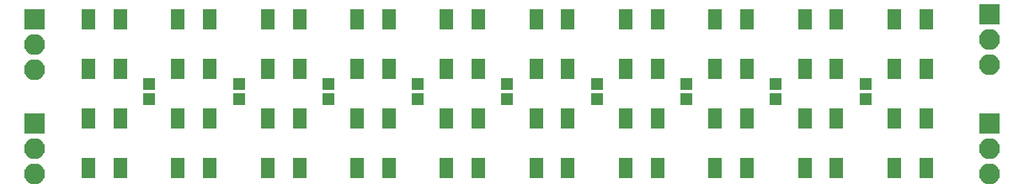
<source format=gbr>
G04 #@! TF.GenerationSoftware,KiCad,Pcbnew,(5.0.0)*
G04 #@! TF.CreationDate,2020-03-31T10:14:20-04:00*
G04 #@! TF.ProjectId,WS2812 STRIP 10CM,57533238313220535452495020313043,rev?*
G04 #@! TF.SameCoordinates,Original*
G04 #@! TF.FileFunction,Soldermask,Top*
G04 #@! TF.FilePolarity,Negative*
%FSLAX46Y46*%
G04 Gerber Fmt 4.6, Leading zero omitted, Abs format (unit mm)*
G04 Created by KiCad (PCBNEW (5.0.0)) date 03/31/20 10:14:20*
%MOMM*%
%LPD*%
G01*
G04 APERTURE LIST*
%ADD10R,1.400000X2.000000*%
%ADD11R,1.150000X1.200000*%
%ADD12R,2.100000X2.100000*%
%ADD13O,2.100000X2.100000*%
G04 APERTURE END LIST*
D10*
G04 #@! TO.C,U8*
X122600000Y-62500000D03*
X119400000Y-62500000D03*
X122600000Y-67500000D03*
X119400000Y-67500000D03*
G04 #@! TD*
G04 #@! TO.C,U16*
X158600000Y-62500000D03*
X155400000Y-62500000D03*
X158600000Y-67500000D03*
X155400000Y-67500000D03*
G04 #@! TD*
G04 #@! TO.C,U20*
X173400000Y-67500000D03*
X176600000Y-67500000D03*
X173400000Y-62500000D03*
X176600000Y-62500000D03*
G04 #@! TD*
G04 #@! TO.C,U18*
X167600000Y-62500000D03*
X164400000Y-62500000D03*
X167600000Y-67500000D03*
X164400000Y-67500000D03*
G04 #@! TD*
G04 #@! TO.C,U10*
X131600000Y-62500000D03*
X128400000Y-62500000D03*
X131600000Y-67500000D03*
X128400000Y-67500000D03*
G04 #@! TD*
G04 #@! TO.C,U4*
X101400000Y-67500000D03*
X104600000Y-67500000D03*
X101400000Y-62500000D03*
X104600000Y-62500000D03*
G04 #@! TD*
G04 #@! TO.C,U2*
X95600000Y-62500000D03*
X92400000Y-62500000D03*
X95600000Y-67500000D03*
X92400000Y-67500000D03*
G04 #@! TD*
G04 #@! TO.C,U6*
X110400000Y-67500000D03*
X113600000Y-67500000D03*
X110400000Y-62500000D03*
X113600000Y-62500000D03*
G04 #@! TD*
G04 #@! TO.C,U14*
X146400000Y-67500000D03*
X149600000Y-67500000D03*
X146400000Y-62500000D03*
X149600000Y-62500000D03*
G04 #@! TD*
G04 #@! TO.C,U12*
X137400000Y-67500000D03*
X140600000Y-67500000D03*
X137400000Y-62500000D03*
X140600000Y-62500000D03*
G04 #@! TD*
D11*
G04 #@! TO.C,C1*
X98500000Y-60500000D03*
X98500000Y-59000000D03*
G04 #@! TD*
G04 #@! TO.C,C2*
X107500000Y-60500000D03*
X107500000Y-59000000D03*
G04 #@! TD*
G04 #@! TO.C,C3*
X116500000Y-59000000D03*
X116500000Y-60500000D03*
G04 #@! TD*
G04 #@! TO.C,C4*
X125500000Y-59000000D03*
X125500000Y-60500000D03*
G04 #@! TD*
G04 #@! TO.C,C5*
X134500000Y-60500000D03*
X134500000Y-59000000D03*
G04 #@! TD*
G04 #@! TO.C,C6*
X143500000Y-60500000D03*
X143500000Y-59000000D03*
G04 #@! TD*
G04 #@! TO.C,C7*
X152500000Y-59000000D03*
X152500000Y-60500000D03*
G04 #@! TD*
G04 #@! TO.C,C8*
X161500000Y-59000000D03*
X161500000Y-60500000D03*
G04 #@! TD*
D12*
G04 #@! TO.C,J1*
X87000000Y-52460000D03*
D13*
X87000000Y-55000000D03*
X87000000Y-57540000D03*
G04 #@! TD*
G04 #@! TO.C,J2*
X183000000Y-57080000D03*
X183000000Y-54540000D03*
D12*
X183000000Y-52000000D03*
G04 #@! TD*
D10*
G04 #@! TO.C,U1*
X92400000Y-57500000D03*
X95600000Y-57500000D03*
X92400000Y-52500000D03*
X95600000Y-52500000D03*
G04 #@! TD*
G04 #@! TO.C,U3*
X104600000Y-52500000D03*
X101400000Y-52500000D03*
X104600000Y-57500000D03*
X101400000Y-57500000D03*
G04 #@! TD*
G04 #@! TO.C,U5*
X113600000Y-52500000D03*
X110400000Y-52500000D03*
X113600000Y-57500000D03*
X110400000Y-57500000D03*
G04 #@! TD*
G04 #@! TO.C,U7*
X119400000Y-57500000D03*
X122600000Y-57500000D03*
X119400000Y-52500000D03*
X122600000Y-52500000D03*
G04 #@! TD*
G04 #@! TO.C,U9*
X128400000Y-57500000D03*
X131600000Y-57500000D03*
X128400000Y-52500000D03*
X131600000Y-52500000D03*
G04 #@! TD*
G04 #@! TO.C,U11*
X140600000Y-52500000D03*
X137400000Y-52500000D03*
X140600000Y-57500000D03*
X137400000Y-57500000D03*
G04 #@! TD*
G04 #@! TO.C,U13*
X149600000Y-52500000D03*
X146400000Y-52500000D03*
X149600000Y-57500000D03*
X146400000Y-57500000D03*
G04 #@! TD*
G04 #@! TO.C,U15*
X155400000Y-57500000D03*
X158600000Y-57500000D03*
X155400000Y-52500000D03*
X158600000Y-52500000D03*
G04 #@! TD*
G04 #@! TO.C,U17*
X164400000Y-57500000D03*
X167600000Y-57500000D03*
X164400000Y-52500000D03*
X167600000Y-52500000D03*
G04 #@! TD*
G04 #@! TO.C,U19*
X176600000Y-52500000D03*
X173400000Y-52500000D03*
X176600000Y-57500000D03*
X173400000Y-57500000D03*
G04 #@! TD*
D11*
G04 #@! TO.C,C9*
X170500000Y-60500000D03*
X170500000Y-59000000D03*
G04 #@! TD*
D13*
G04 #@! TO.C,J3*
X183000000Y-68080000D03*
X183000000Y-65540000D03*
D12*
X183000000Y-63000000D03*
G04 #@! TD*
G04 #@! TO.C,J4*
X87000000Y-62960000D03*
D13*
X87000000Y-65500000D03*
X87000000Y-68040000D03*
G04 #@! TD*
M02*

</source>
